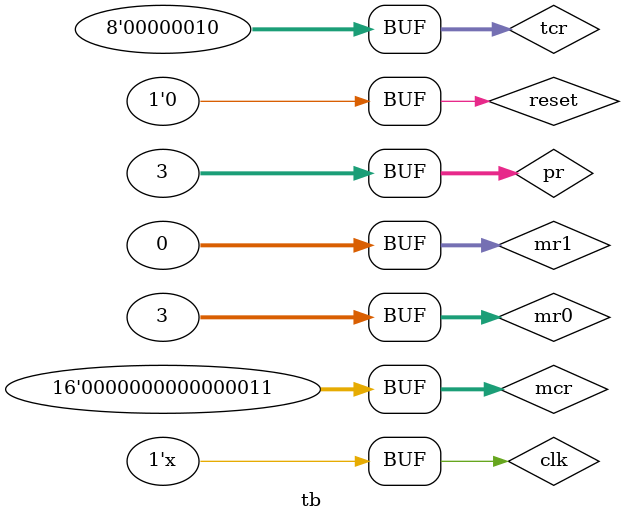
<source format=v>
`timescale 1ns / 1ps

module tb();
    reg[7:0] tcr;
    reg[31:0] pr, mr0, mr1;
    reg[15:0] mcr;
    reg clk, reset;
    
    timer_32 dut(tcr, pr, mr0, mr1, mr1, mr1, mcr, clk ,reset);
    always #50 clk = ~clk;
    initial begin
        clk = 0;
        reset = 1;
        
        tcr = 2;
        pr = 3;
        mr0 = 3;
        mr1 = 0;
        mcr = 3;
        
        #100 reset = 0;
    end
    
endmodule

</source>
